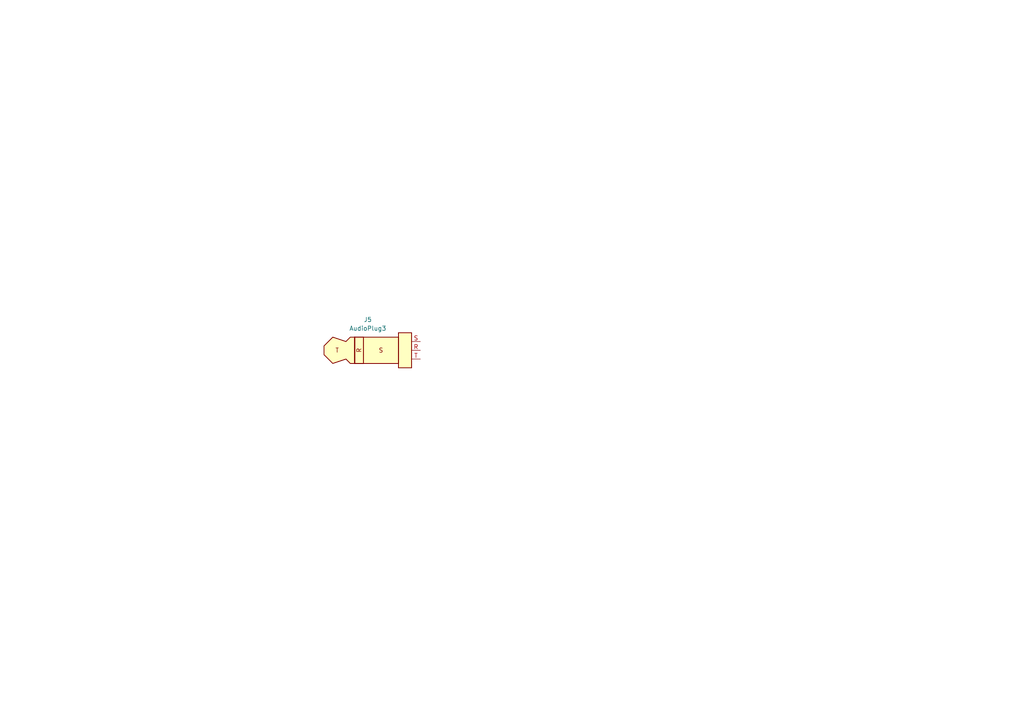
<source format=kicad_sch>
(kicad_sch (version 20230121) (generator eeschema)
  (paper "A4")
  (lib_symbols
    (symbol "Connector_Audio:AudioPlug3"
      (property "Reference" "J" (at 1.27 6.35 0))
      (property "Value" "AudioPlug3" (at 1.27 -6.35 0))
      (symbol "AudioPlug3_0_0"
        (text "R" (at -2.54 0 900) (effects (font (size 1.27 1.27))))
      )
      (symbol "AudioPlug3_0_1"
        (rectangle (start -3.81 3.81) (end -1.27 -3.81) (stroke (width 0.254)))
        (rectangle (start -1.27 -1.27) (end -1.27 -1.27))
      )
      (symbol "AudioPlug3_1_0"
        (text "S" (at 3.81 0 0) (effects (font (size 1.27 1.27))))
        (text "T" (at -8.89 0 0) (effects (font (size 1.27 1.27))))
      )
      (symbol "AudioPlug3_1_1"
        (rectangle (start -3.81 3.81) (end 8.89 -3.81) (stroke (width 0.254)) (fill (type background)))
        (polyline (pts (xy -3.81 3.81) (xy -5.08 3.81) (xy -6.35 2.54) (xy -10.16 3.81) (xy -12.7 1.27) (xy -12.7 -1.27) (xy -10.16 -3.81) (xy -6.35 -2.54) (xy -5.08 -3.81) (xy -3.81 -3.81) (xy -3.81 3.81)) (stroke (width 0.254)) (fill (type background)))
        (rectangle (start 12.7 5.08) (end 8.89 -5.08) (stroke (width 0.254)) (fill (type background)))
        (pin passive line (at 15.24 0 180) (length 2.54) (name "~") (number "R"))
        (pin passive line (at 15.24 2.54 180) (length 2.54) (name "~") (number "S"))
        (pin passive line (at 15.24 -2.54 180) (length 2.54) (name "~") (number "T"))
      )
    )
  )
  (symbol (lib_id "Connector_Audio:AudioPlug3") (at 106.68 101.6 0) (unit 1)
    (property "Reference" "J5" (at 106.68 92.71 0))
    (property "Value" "AudioPlug3" (at 106.68 95.25 0))
    (property "Footprint" "Connector_Audio:Jack_3.5mm_CUI_SJ-3523-SMT_Horizontal" (effects hide))
  )
)
</source>
